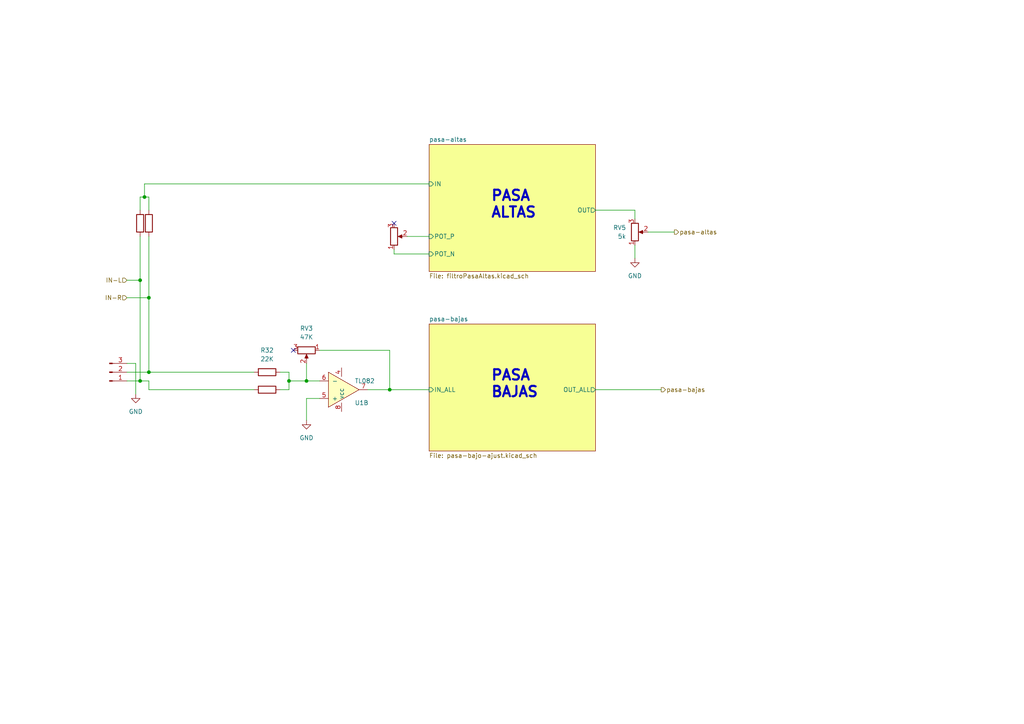
<source format=kicad_sch>
(kicad_sch (version 20230121) (generator eeschema)
  (paper "A4")
  (title_block (title "AMPLIFICADOR ESTEREO 200, CONTROL DE TONOS") (date "2023-03-06") (rev "V1.0.0") (comment 1 "${NAME}"))
  (lib_symbols
    (symbol "Connector:Conn_01x03_Male" (pin_names (offset 1.016) hide)
      (property "Reference" "J" (at 0 5.08 0))
      (property "Value" "Conn_01x03_Male" (at 0 -5.08 0))
      (symbol "Conn_01x03_Male_1_1"
        (polyline (pts (xy 1.27 -2.54) (xy 0.8636 -2.54)) (stroke (width 0.1524)))
        (polyline (pts (xy 1.27 0) (xy 0.8636 0)) (stroke (width 0.1524)))
        (polyline (pts (xy 1.27 2.54) (xy 0.8636 2.54)) (stroke (width 0.1524)))
        (rectangle (start 0.8636 -2.413) (end 0 -2.667) (stroke (width 0.1524)) (fill (type outline)))
        (rectangle (start 0.8636 0.127) (end 0 -0.127) (stroke (width 0.1524)) (fill (type outline)))
        (rectangle (start 0.8636 2.667) (end 0 2.413) (stroke (width 0.1524)) (fill (type outline)))
        (pin passive line (at 5.08 2.54 180) (length 3.81) (name "Pin_1") (number "1"))
        (pin passive line (at 5.08 0 180) (length 3.81) (name "Pin_2") (number "2"))
        (pin passive line (at 5.08 -2.54 180) (length 3.81) (name "Pin_3") (number "3"))
      )
    )
    (symbol "Device:R" (pin_numbers hide) (pin_names (offset 0))
      (property "Reference" "R" (at 2.032 0 90))
      (property "Value" "R" (at 0 0 90))
      (symbol "R_0_1"
        (rectangle (start -1.016 -2.54) (end 1.016 2.54) (stroke (width 0.254)))
      )
      (symbol "R_1_1"
        (pin passive line (at 0 3.81 270) (length 1.27) (name "~") (number "1"))
        (pin passive line (at 0 -3.81 90) (length 1.27) (name "~") (number "2"))
      )
    )
    (symbol "Device:R_Potentiometer" (pin_names (offset 1.016) hide)
      (property "Reference" "RV" (at -4.445 0 90))
      (property "Value" "R_Potentiometer" (at -2.54 0 90))
      (symbol "R_Potentiometer_0_1"
        (polyline (pts (xy 2.54 0) (xy 1.524 0)))
        (polyline (pts (xy 1.143 0) (xy 2.286 0.508) (xy 2.286 -0.508) (xy 1.143 0)) (fill (type outline)))
        (rectangle (start 1.016 2.54) (end -1.016 -2.54) (stroke (width 0.254)))
      )
      (symbol "R_Potentiometer_1_1"
        (pin passive line (at 0 3.81 270) (length 1.27) (name "1") (number "1"))
        (pin passive line (at 3.81 0 180) (length 1.27) (name "2") (number "2"))
        (pin passive line (at 0 -3.81 90) (length 1.27) (name "3") (number "3"))
      )
    )
    (symbol "MSS_Operational-Amplifier:TL082" (pin_names (offset 1.016))
      (property "Reference" "U" (at 2.54 -2.54 0))
      (property "Value" "TL082" (at 3.81 5.08 0))
      (symbol "TL082_0_0"
        (pin input line (at 0 -6.35 90) (length 2.54) (name "~") (number "4"))
        (pin input line (at 0 6.35 270) (length 2.54) (name "vcc") (number "8"))
      )
      (symbol "TL082_0_1"
        (polyline (pts (xy -3.81 5.08) (xy -3.81 -5.08) (xy 5.08 0) (xy -3.81 5.08)) (fill (type background)))
      )
      (symbol "TL082_1_1"
        (pin output line (at 7.62 0 180) (length 2.54) (name "~") (number "1"))
        (pin input line (at -6.35 -2.54 0) (length 2.54) (name "-") (number "2"))
        (pin input line (at -6.35 2.54 0) (length 2.54) (name "+") (number "3"))
      )
      (symbol "TL082_2_1"
        (pin input line (at -6.35 2.54 0) (length 2.54) (name "+") (number "5"))
        (pin input line (at -6.35 -2.54 0) (length 2.54) (name "-") (number "6"))
        (pin output line (at 7.62 0 180) (length 2.54) (name "~") (number "7"))
      )
    )
    (symbol "power:GND" (power) (pin_names (offset 0))
      (property "Value" "GND" (at 0 -3.81 0))
      (symbol "GND_0_1"
        (polyline (pts (xy 0 0) (xy 0 -1.27) (xy 1.27 -1.27) (xy 0 -2.54) (xy -1.27 -1.27) (xy 0 -1.27)))
      )
      (symbol "GND_1_1"
        (pin power_in line (at 0 0 270) (length 0) hide (name "GND") (number "1"))
      )
    )
  )
  (junction (at 41.91 57.15))
  (junction (at 40.64 110.49))
  (junction (at 113.03 113.03))
  (junction (at 88.9 110.49))
  (junction (at 43.18 107.95))
  (junction (at 40.64 81.28))
  (junction (at 43.18 86.36))
  (junction (at 83.82 110.49))
  (no_connect (at 85.09 101.6))
  (no_connect (at 114.3 64.77))
  (wire (pts (xy 43.18 110.49) (xy 40.64 110.49)))
  (wire (pts (xy 184.15 71.12) (xy 184.15 74.93)))
  (wire (pts (xy 113.03 101.6) (xy 113.03 113.03)))
  (wire (pts (xy 36.83 107.95) (xy 43.18 107.95)))
  (wire (pts (xy 113.03 113.03) (xy 124.46 113.03)))
  (wire (pts (xy 92.71 101.6) (xy 113.03 101.6)))
  (wire (pts (xy 184.15 63.5) (xy 184.15 60.96)))
  (wire (pts (xy 83.82 110.49) (xy 83.82 113.03)))
  (wire (pts (xy 43.18 68.58) (xy 43.18 86.36)))
  (wire (pts (xy 41.91 53.34) (xy 124.46 53.34)))
  (wire (pts (xy 114.3 73.66) (xy 124.46 73.66)))
  (wire (pts (xy 39.37 105.41) (xy 39.37 114.3)))
  (wire (pts (xy 43.18 113.03) (xy 43.18 110.49)))
  (wire (pts (xy 83.82 107.95) (xy 83.82 110.49)))
  (wire (pts (xy 43.18 57.15) (xy 41.91 57.15)))
  (wire (pts (xy 43.18 107.95) (xy 43.18 86.36)))
  (wire (pts (xy 43.18 107.95) (xy 73.66 107.95)))
  (wire (pts (xy 88.9 110.49) (xy 88.9 105.41)))
  (wire (pts (xy 41.91 53.34) (xy 41.91 57.15)))
  (wire (pts (xy 43.18 60.96) (xy 43.18 57.15)))
  (wire (pts (xy 113.03 113.03) (xy 106.68 113.03)))
  (wire (pts (xy 40.64 110.49) (xy 36.83 110.49)))
  (wire (pts (xy 39.37 105.41) (xy 36.83 105.41)))
  (wire (pts (xy 41.91 57.15) (xy 40.64 57.15)))
  (wire (pts (xy 92.71 115.57) (xy 88.9 115.57)))
  (wire (pts (xy 88.9 110.49) (xy 83.82 110.49)))
  (wire (pts (xy 36.83 86.36) (xy 43.18 86.36)))
  (wire (pts (xy 81.28 113.03) (xy 83.82 113.03)))
  (wire (pts (xy 81.28 107.95) (xy 83.82 107.95)))
  (wire (pts (xy 36.83 81.28) (xy 40.64 81.28)))
  (wire (pts (xy 92.71 110.49) (xy 88.9 110.49)))
  (wire (pts (xy 187.96 67.31) (xy 195.58 67.31)))
  (wire (pts (xy 114.3 72.39) (xy 114.3 73.66)))
  (wire (pts (xy 40.64 57.15) (xy 40.64 60.96)))
  (wire (pts (xy 40.64 68.58) (xy 40.64 81.28)))
  (wire (pts (xy 88.9 115.57) (xy 88.9 121.92)))
  (wire (pts (xy 118.11 68.58) (xy 124.46 68.58)))
  (wire (pts (xy 172.72 113.03) (xy 191.77 113.03)))
  (wire (pts (xy 184.15 60.96) (xy 172.72 60.96)))
  (wire (pts (xy 40.64 81.28) (xy 40.64 110.49)))
  (wire (pts (xy 73.66 113.03) (xy 43.18 113.03)))
  (text "PASA\nALTAS" (at 142.24 63.5 0) (effects (font (size 3 3) (thickness 0.6) bold) (justify left bottom)))
  (text "PASA\nBAJAS" (at 142.24 115.57 0) (effects (font (size 3 3) (thickness 0.6) bold) (justify left bottom)))
  (hierarchical_label "pasa-altas" (shape output) (at 195.58 67.31 0))
  (hierarchical_label "pasa-bajas" (shape output) (at 191.77 113.03 0))
  (hierarchical_label "IN-R" (shape input) (at 36.83 86.36 180))
  (hierarchical_label "IN-L" (shape input) (at 36.83 81.28 180))
  (symbol (lib_id "Connector:Conn_01x03_Male") (at 31.75 107.95 0) (mirror x) (unit 1)
    (property "Reference" "J5" (at 30.48 106.6799 0) (effects (justify right)))
    (property "Value" "in_aux" (at 30.48 109.2199 0) (effects (justify right)))
    (property "Footprint" "Connector_PinSocket_2.54mm:PinSocket_1x03_P2.54mm_Vertical" (effects hide))
    (property "Reference" "J5" (effects hide))
    (property "Value" "in_aux" (effects hide))
    (property "Footprint" "Connector_PinSocket_2.54mm:PinSocket_1x03_P2.54mm_Vertical" (effects hide))
  )
  (symbol (lib_id "Device:R") (at 40.64 64.77 180) (unit 1)
    (property "Reference" "R41" (at 38.1 63.4999 0) (effects (justify left)))
    (property "Value" "22K" (at 38.1 66.0399 0) (effects (justify left)))
    (property "Footprint" "Resistor_THT:R_Axial_DIN0207_L6.3mm_D2.5mm_P10.16mm_Horizontal" (effects hide))
    (property "Footprint" "Resistor_THT:R_Axial_DIN0207_L6.3mm_D2.5mm_P10.16mm_Horizontal" (effects hide))
    (property "Reference" "R31" (effects hide))
    (property "Value" "22K" (effects hide))
    (instances (project "amplificador_200w_estereo" (path "" (reference "R41") (unit 1))))
  )
  (symbol (lib_id "Device:R") (at 77.47 113.03 90) (unit 1)
    (property "Reference" "R31" (at 77.47 116.84 90))
    (property "Value" "22K" (at 77.47 119.38 90))
    (property "Footprint" "Resistor_THT:R_Axial_DIN0207_L6.3mm_D2.5mm_P10.16mm_Horizontal" (effects hide))
    (property "Footprint" "Resistor_THT:R_Axial_DIN0207_L6.3mm_D2.5mm_P10.16mm_Horizontal" (effects hide))
    (property "Reference" "R31" (effects hide))
    (property "Value" "22K" (effects hide))
  )
  (symbol (lib_id "power:GND") (at 88.9 121.92 0) (unit 1)
    (property "Reference" "#PWR014" (effects hide))
    (property "Value" "GND" (at 88.9 127 0))
  )
  (symbol (lib_id "power:GND") (at 184.15 74.93 0) (unit 1)
    (property "Reference" "#PWR015" (effects hide))
    (property "Value" "GND" (at 184.15 80.01 0))
  )
  (symbol (lib_id "Device:R") (at 77.47 107.95 90) (unit 1)
    (property "Reference" "R32" (at 77.47 101.6 90))
    (property "Value" "22K" (at 77.47 104.14 90))
    (property "Footprint" "Resistor_THT:R_Axial_DIN0207_L6.3mm_D2.5mm_P10.16mm_Horizontal" (effects hide))
  )
  (symbol (lib_id "Device:R_Potentiometer") (at 184.15 67.31 0) (mirror x) (unit 1)
    (property "Reference" "RV5" (at 181.61 66.0399 0) (effects (justify right)))
    (property "Value" "5k" (at 181.61 68.5799 0) (effects (justify right)))
    (property "Footprint" "Potentiometer_THT:Potentiometer_Alps_RK163_Single_Horizontal" (effects hide))
  )
  (symbol (lib_id "power:GND") (at 39.37 114.3 0) (unit 1)
    (property "Reference" "#PWR013" (effects hide))
    (property "Value" "GND" (at 39.37 119.38 0))
  )
  (symbol (lib_id "Device:R") (at 43.18 64.77 180) (unit 1)
    (property "Reference" "R42" (at 45.72 63.4999 0) (effects (justify right)))
    (property "Value" "22K" (at 45.72 66.0399 0) (effects (justify right)))
    (property "Footprint" "Resistor_THT:R_Axial_DIN0207_L6.3mm_D2.5mm_P10.16mm_Horizontal" (effects hide))
    (property "Footprint" "Resistor_THT:R_Axial_DIN0207_L6.3mm_D2.5mm_P10.16mm_Horizontal" (effects hide))
    (property "Reference" "R31" (effects hide))
    (property "Value" "22K" (effects hide))
    (instances (project "amplificador_200w_estereo" (path "" (reference "R42") (unit 1))))
  )
  (symbol (lib_id "Device:R_Potentiometer") (at 114.3 68.58 0) (mirror x) (unit 1)
    (property "Reference" "RV4" (at 111.76 67.3099 0) (effects (justify right)))
    (property "Value" "5k" (at 111.76 69.8499 0) (effects (justify right)))
    (property "Footprint" "Potentiometer_THT:Potentiometer_Alps_RK163_Single_Horizontal" (effects hide))
    (property "Footprint" "Potentiometer_THT:Potentiometer_Alps_RK163_Single_Horizontal" (effects hide))
    (property "Reference" "RV4" (effects hide))
    (property "Value" "5k" (effects hide))
  )
  (symbol (lib_id "Device:R_Potentiometer") (at 88.9 101.6 270) (unit 1)
    (property "Reference" "RV3" (at 88.9 95.25 90))
    (property "Value" "47K" (at 88.9 97.79 90))
    (property "Footprint" "Potentiometer_THT:Potentiometer_Alps_RK163_Single_Horizontal" (effects hide))
  )
  (symbol (lib_id "MSS_Operational-Amplifier:TL082") (at 99.06 113.03 0) (mirror x) (unit 2)
    (property "Reference" "U1" (at 102.87 116.84 0) (effects (justify left)))
    (property "Value" "TL082" (at 102.87 110.49 0) (effects (justify left)))
    (property "Footprint" "Package_DIP:DIP-8_W7.62mm_LongPads" (effects hide))
    (property "Datasheet" "https://www.ti.com/lit/ds/symlink/tl082-n.pdf" (effects hide))
  )
  (sheet (at 124.46 41.91) (size 48.26 36.83) (stroke (width 0.1524)) (fill (color 247 255 149 1.0000))
    (property "Sheetname" "pasa-altas" (at 124.46 41.1984 0) (effects (justify left bottom)))
    (property "Sheetfile" "filtroPasaAltas.kicad_sch" (at 124.46 79.3246 0) (effects (justify left top)))
    (pin "POT_N" input (at 124.46 73.66 180))
    (pin "POT_P" input (at 124.46 68.58 180))
    (pin "OUT" output (at 172.72 60.96 0))
    (pin "IN" input (at 124.46 53.34 180))
  )
  (sheet (at 124.46 93.98) (size 48.26 36.83) (stroke (width 0.1524)) (fill (color 247 255 149 1.0000))
    (property "Sheetname" "pasa-bajas" (at 124.46 93.2684 0) (effects (justify left bottom)))
    (property "Sheetfile" "pasa-bajo-ajust.kicad_sch" (at 124.46 131.3946 0) (effects (justify left top)))
    (pin "OUT_ALL" output (at 172.72 113.03 0))
    (pin "IN_ALL" input (at 124.46 113.03 180))
  )
)
</source>
